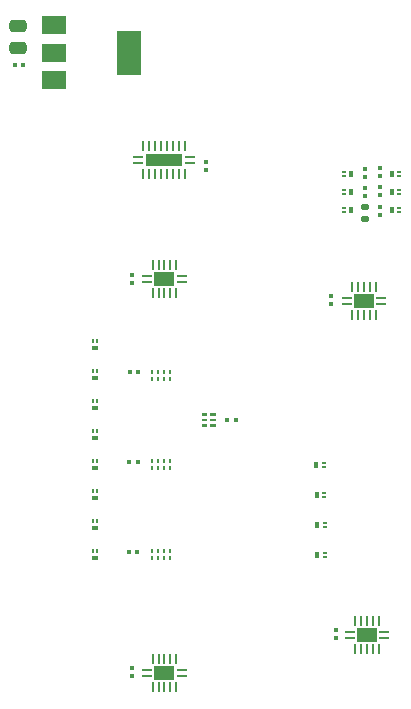
<source format=gbr>
%TF.GenerationSoftware,KiCad,Pcbnew,7.0.9*%
%TF.CreationDate,2024-10-20T15:28:43-06:00*%
%TF.ProjectId,Prototype2,50726f74-6f74-4797-9065-322e6b696361,rev?*%
%TF.SameCoordinates,Original*%
%TF.FileFunction,Paste,Top*%
%TF.FilePolarity,Positive*%
%FSLAX46Y46*%
G04 Gerber Fmt 4.6, Leading zero omitted, Abs format (unit mm)*
G04 Created by KiCad (PCBNEW 7.0.9) date 2024-10-20 15:28:43*
%MOMM*%
%LPD*%
G01*
G04 APERTURE LIST*
G04 Aperture macros list*
%AMRoundRect*
0 Rectangle with rounded corners*
0 $1 Rounding radius*
0 $2 $3 $4 $5 $6 $7 $8 $9 X,Y pos of 4 corners*
0 Add a 4 corners polygon primitive as box body*
4,1,4,$2,$3,$4,$5,$6,$7,$8,$9,$2,$3,0*
0 Add four circle primitives for the rounded corners*
1,1,$1+$1,$2,$3*
1,1,$1+$1,$4,$5*
1,1,$1+$1,$6,$7*
1,1,$1+$1,$8,$9*
0 Add four rect primitives between the rounded corners*
20,1,$1+$1,$2,$3,$4,$5,0*
20,1,$1+$1,$4,$5,$6,$7,0*
20,1,$1+$1,$6,$7,$8,$9,0*
20,1,$1+$1,$8,$9,$2,$3,0*%
G04 Aperture macros list end*
%ADD10R,0.254000X0.406400*%
%ADD11R,0.254000X0.355600*%
%ADD12R,0.304800X0.203200*%
%ADD13R,0.304800X0.558800*%
%ADD14RoundRect,0.079500X0.100500X-0.079500X0.100500X0.079500X-0.100500X0.079500X-0.100500X-0.079500X0*%
%ADD15R,0.812800X0.254000*%
%ADD16R,0.254000X0.812800*%
%ADD17R,1.651000X1.143000*%
%ADD18RoundRect,0.079500X-0.079500X-0.100500X0.079500X-0.100500X0.079500X0.100500X-0.079500X0.100500X0*%
%ADD19R,2.000000X3.800000*%
%ADD20R,2.000000X1.500000*%
%ADD21RoundRect,0.079500X-0.100500X0.079500X-0.100500X-0.079500X0.100500X-0.079500X0.100500X0.079500X0*%
%ADD22R,0.203200X0.304800*%
%ADD23R,0.558800X0.304800*%
%ADD24RoundRect,0.079500X0.079500X0.100500X-0.079500X0.100500X-0.079500X-0.100500X0.079500X-0.100500X0*%
%ADD25RoundRect,0.135000X-0.185000X0.135000X-0.185000X-0.135000X0.185000X-0.135000X0.185000X0.135000X0*%
%ADD26R,3.098800X1.092200*%
%ADD27RoundRect,0.250000X0.475000X-0.250000X0.475000X0.250000X-0.475000X0.250000X-0.475000X-0.250000X0*%
G04 APERTURE END LIST*
%TO.C,U1*%
G36*
X172346681Y-92335109D02*
G01*
X171846494Y-92335109D01*
X171846494Y-92084893D01*
X172346681Y-92084893D01*
X172346681Y-92335109D01*
G37*
G36*
X172316709Y-92835108D02*
G01*
X171846494Y-92835108D01*
X171846494Y-92584892D01*
X172316709Y-92584892D01*
X172316709Y-92835108D01*
G37*
G36*
X172316709Y-93335107D02*
G01*
X171846494Y-93335107D01*
X171846494Y-93084891D01*
X172316709Y-93084891D01*
X172316709Y-93335107D01*
G37*
G36*
X173056708Y-92335109D02*
G01*
X172586493Y-92335109D01*
X172586493Y-92084893D01*
X173056708Y-92084893D01*
X173056708Y-92335109D01*
G37*
G36*
X173056708Y-92835108D02*
G01*
X172586493Y-92835108D01*
X172586493Y-92584892D01*
X173056708Y-92584892D01*
X173056708Y-92835108D01*
G37*
G36*
X173056708Y-93335107D02*
G01*
X172586493Y-93335107D01*
X172586493Y-93084891D01*
X173056708Y-93084891D01*
X173056708Y-93335107D01*
G37*
%TO.C,U2*%
G36*
X170125085Y-71134300D02*
G01*
X168775685Y-71134300D01*
X168775685Y-70242100D01*
X170125085Y-70242100D01*
X170125085Y-71134300D01*
G37*
G36*
X168575685Y-71134300D02*
G01*
X167226285Y-71134300D01*
X167226285Y-70242100D01*
X168575685Y-70242100D01*
X168575685Y-71134300D01*
G37*
%TD*%
D10*
%TO.C,U5*%
X167690800Y-89204800D03*
D11*
X168190801Y-89230200D03*
X168690801Y-89230200D03*
X169190802Y-89230200D03*
X169190802Y-88635800D03*
X168690801Y-88635800D03*
X168190801Y-88635800D03*
X167690800Y-88635800D03*
%TD*%
D10*
%TO.C,U4*%
X167690800Y-96774000D03*
D11*
X168190801Y-96799400D03*
X168690801Y-96799400D03*
X169190802Y-96799400D03*
X169190802Y-96205000D03*
X168690801Y-96205000D03*
X168190801Y-96205000D03*
X167690800Y-96205000D03*
%TD*%
D10*
%TO.C,U3*%
X167690800Y-104404200D03*
D11*
X168190801Y-104429600D03*
X168690801Y-104429600D03*
X169190802Y-104429600D03*
X169190802Y-103835200D03*
X168690801Y-103835200D03*
X168190801Y-103835200D03*
X167690800Y-103835200D03*
%TD*%
D12*
%TO.C,Q2*%
X188595000Y-75105001D03*
X188595000Y-74754999D03*
D13*
X187960000Y-74930000D03*
%TD*%
D14*
%TO.C,R4*%
X186944000Y-73660000D03*
X186944000Y-72970000D03*
%TD*%
D15*
%TO.C,U6*%
X167259000Y-114397663D03*
D16*
X167706548Y-115341400D03*
X168206674Y-115341400D03*
X168706800Y-115341400D03*
X169206926Y-115341400D03*
X169707052Y-115341400D03*
D15*
X170154600Y-114397663D03*
X170154600Y-113897537D03*
D16*
X169707052Y-112953800D03*
X169206926Y-112953800D03*
X168706800Y-112953800D03*
X168206674Y-112953800D03*
X167706548Y-112953800D03*
D15*
X167259000Y-113897537D03*
D17*
X168706800Y-114147600D03*
%TD*%
D18*
%TO.C,C8*%
X174036200Y-92710000D03*
X174726200Y-92710000D03*
%TD*%
D15*
%TO.C,U8*%
X167259000Y-81022063D03*
D16*
X167706548Y-81965800D03*
X168206674Y-81965800D03*
X168706800Y-81965800D03*
X169206926Y-81965800D03*
X169707052Y-81965800D03*
D15*
X170154600Y-81022063D03*
X170154600Y-80521937D03*
D16*
X169707052Y-79578200D03*
X169206926Y-79578200D03*
X168706800Y-79578200D03*
X168206674Y-79578200D03*
X167706548Y-79578200D03*
D15*
X167259000Y-80521937D03*
D17*
X168706800Y-80772000D03*
%TD*%
D19*
%TO.C,U10*%
X165685000Y-61595000D03*
D20*
X159385000Y-59295000D03*
X159385000Y-61595000D03*
X159385000Y-63895000D03*
%TD*%
D21*
%TO.C,R6*%
X186944000Y-71374000D03*
X186944000Y-72064000D03*
%TD*%
D22*
%TO.C,Q10*%
X162989001Y-98679000D03*
X162638999Y-98679000D03*
D23*
X162814000Y-99314000D03*
%TD*%
D12*
%TO.C,Q18*%
X182245000Y-99235001D03*
X182245000Y-98884999D03*
D13*
X181610000Y-99060000D03*
%TD*%
D12*
%TO.C,Q5*%
X183896000Y-71706999D03*
X183896000Y-72057001D03*
D13*
X184531000Y-71882000D03*
%TD*%
D12*
%TO.C,Q6*%
X188595000Y-72057001D03*
X188595000Y-71706999D03*
D13*
X187960000Y-71882000D03*
%TD*%
D15*
%TO.C,U7*%
X184429400Y-111146463D03*
D16*
X184876948Y-112090200D03*
X185377074Y-112090200D03*
X185877200Y-112090200D03*
X186377326Y-112090200D03*
X186877452Y-112090200D03*
D15*
X187325000Y-111146463D03*
X187325000Y-110646337D03*
D16*
X186877452Y-109702600D03*
X186377326Y-109702600D03*
X185877200Y-109702600D03*
X185377074Y-109702600D03*
X184876948Y-109702600D03*
D15*
X184429400Y-110646337D03*
D17*
X185877200Y-110896400D03*
%TD*%
D22*
%TO.C,Q13*%
X162989001Y-85979000D03*
X162638999Y-85979000D03*
D23*
X162814000Y-86614000D03*
%TD*%
D24*
%TO.C,C7*%
X166477200Y-88642000D03*
X165787200Y-88642000D03*
%TD*%
D21*
%TO.C,R2*%
X186944000Y-74676000D03*
X186944000Y-75366000D03*
%TD*%
D12*
%TO.C,Q4*%
X188595000Y-73581001D03*
X188595000Y-73230999D03*
D13*
X187960000Y-73406000D03*
%TD*%
D21*
%TO.C,R5*%
X185674000Y-71446000D03*
X185674000Y-72136000D03*
%TD*%
D12*
%TO.C,Q15*%
X182295800Y-104315001D03*
X182295800Y-103964999D03*
D13*
X181660800Y-104140000D03*
%TD*%
D22*
%TO.C,Q8*%
X162989001Y-103759000D03*
X162638999Y-103759000D03*
D23*
X162814000Y-104394000D03*
%TD*%
D14*
%TO.C,R3*%
X185674000Y-73751000D03*
X185674000Y-73061000D03*
%TD*%
D21*
%TO.C,C10*%
X165989000Y-80412200D03*
X165989000Y-81102200D03*
%TD*%
D12*
%TO.C,Q17*%
X182181500Y-96695001D03*
X182181500Y-96344999D03*
D13*
X181546500Y-96520000D03*
%TD*%
D24*
%TO.C,C4*%
X166412800Y-103886000D03*
X165722800Y-103886000D03*
%TD*%
D12*
%TO.C,Q3*%
X183896000Y-73230999D03*
X183896000Y-73581001D03*
D13*
X184531000Y-73406000D03*
%TD*%
D21*
%TO.C,C1*%
X172212000Y-70891800D03*
X172212000Y-71581800D03*
%TD*%
%TO.C,C3*%
X165989000Y-113736600D03*
X165989000Y-114426600D03*
%TD*%
D22*
%TO.C,Q12*%
X162989001Y-93599000D03*
X162638999Y-93599000D03*
D23*
X162814000Y-94234000D03*
%TD*%
D25*
%TO.C,R1*%
X185674000Y-74676000D03*
X185674000Y-75696000D03*
%TD*%
D21*
%TO.C,C2*%
X183210200Y-110504537D03*
X183210200Y-111194537D03*
%TD*%
D22*
%TO.C,Q11*%
X162989001Y-91059000D03*
X162638999Y-91059000D03*
D23*
X162814000Y-91694000D03*
%TD*%
D15*
%TO.C,U9*%
X184175400Y-82888963D03*
D16*
X184622948Y-83832700D03*
X185123074Y-83832700D03*
X185623200Y-83832700D03*
X186123326Y-83832700D03*
X186623452Y-83832700D03*
D15*
X187071000Y-82888963D03*
X187071000Y-82388837D03*
D16*
X186623452Y-81445100D03*
X186123326Y-81445100D03*
X185623200Y-81445100D03*
X185123074Y-81445100D03*
X184622948Y-81445100D03*
D15*
X184175400Y-82388837D03*
D17*
X185623200Y-82638900D03*
%TD*%
D22*
%TO.C,Q14*%
X162989001Y-88519000D03*
X162638999Y-88519000D03*
D23*
X162814000Y-89154000D03*
%TD*%
D12*
%TO.C,Q1*%
X183896000Y-74754999D03*
X183896000Y-75105001D03*
D13*
X184531000Y-74930000D03*
%TD*%
D22*
%TO.C,Q9*%
X162989001Y-96139000D03*
X162638999Y-96139000D03*
D23*
X162814000Y-96774000D03*
%TD*%
D21*
%TO.C,C5*%
X182829200Y-82227900D03*
X182829200Y-82917900D03*
%TD*%
D18*
%TO.C,C9*%
X156032600Y-62687200D03*
X156722600Y-62687200D03*
%TD*%
D12*
%TO.C,Q16*%
X182270400Y-101775001D03*
X182270400Y-101424999D03*
D13*
X181635400Y-101600000D03*
%TD*%
D24*
%TO.C,C6*%
X166429800Y-96266000D03*
X165739800Y-96266000D03*
%TD*%
D15*
%TO.C,U2*%
X170872785Y-70438137D03*
D16*
X170426126Y-69494400D03*
X169926000Y-69494400D03*
X169425874Y-69494400D03*
X168925748Y-69494400D03*
X168425622Y-69494400D03*
X167925496Y-69494400D03*
X167425370Y-69494400D03*
X166925244Y-69494400D03*
D15*
X166478585Y-70438137D03*
X166478585Y-70938263D03*
D16*
X166925244Y-71882000D03*
X167425370Y-71882000D03*
X167925496Y-71882000D03*
X168425622Y-71882000D03*
X168925748Y-71882000D03*
X169425874Y-71882000D03*
X169926000Y-71882000D03*
X170426126Y-71882000D03*
D15*
X170872785Y-70938263D03*
D26*
X168675685Y-70688200D03*
%TD*%
D27*
%TO.C,C11*%
X156337000Y-61214000D03*
X156337000Y-59314000D03*
%TD*%
D22*
%TO.C,Q7*%
X162989001Y-101219000D03*
X162638999Y-101219000D03*
D23*
X162814000Y-101854000D03*
%TD*%
M02*

</source>
